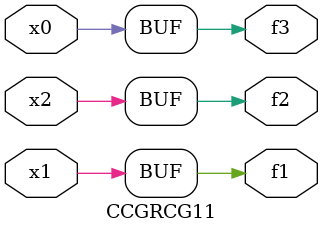
<source format=v>
module CCGRCG11(
	input x0, x1, x2,
	output f1, f2, f3
);
	assign f1 = x1;
	assign f2 = x2;
	assign f3 = x0;
endmodule

</source>
